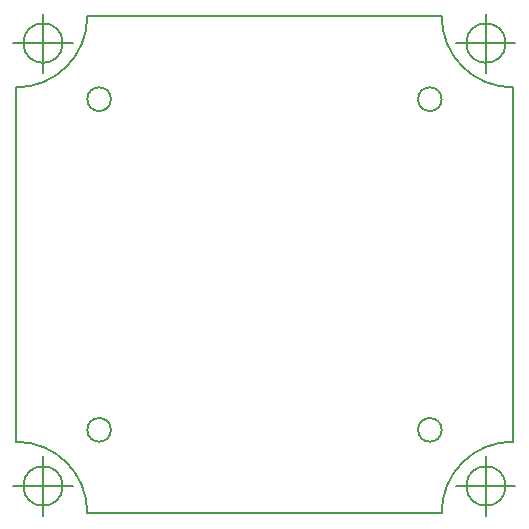
<source format=gm1>
G04 #@! TF.FileFunction,Profile,NP*
%FSLAX46Y46*%
G04 Gerber Fmt 4.6, Leading zero omitted, Abs format (unit mm)*
G04 Created by KiCad (PCBNEW 4.0.1-stable) date 2017/04/12 14:46:20*
%MOMM*%
G01*
G04 APERTURE LIST*
%ADD10C,0.100000*%
%ADD11C,0.150000*%
G04 APERTURE END LIST*
D10*
D11*
X87000000Y-114000000D02*
G75*
G03X87000000Y-114000000I-1000000J0D01*
G01*
X115000000Y-114000000D02*
G75*
G03X115000000Y-114000000I-1000000J0D01*
G01*
X115000000Y-86000000D02*
G75*
G03X115000000Y-86000000I-1000000J0D01*
G01*
X87000000Y-86000000D02*
G75*
G03X87000000Y-86000000I-1000000J0D01*
G01*
X115000000Y-121000000D02*
X85000000Y-121000000D01*
X121000000Y-85000000D02*
X121000000Y-115000000D01*
X85000000Y-79000000D02*
X115000000Y-79000000D01*
X79000000Y-115000000D02*
X79000000Y-85000000D01*
X85000000Y-121000000D02*
G75*
G03X79000000Y-115000000I-6000000J0D01*
G01*
X121000000Y-115000000D02*
G75*
G03X115000000Y-121000000I0J-6000000D01*
G01*
X115000000Y-79000000D02*
G75*
G03X121000000Y-85000000I6000000J0D01*
G01*
X79000000Y-85000000D02*
G75*
G03X85000000Y-79000000I0J6000000D01*
G01*
X82916666Y-81250000D02*
G75*
G03X82916666Y-81250000I-1666666J0D01*
G01*
X78750000Y-81250000D02*
X83750000Y-81250000D01*
X81250000Y-78750000D02*
X81250000Y-83750000D01*
X120416666Y-118750000D02*
G75*
G03X120416666Y-118750000I-1666666J0D01*
G01*
X116250000Y-118750000D02*
X121250000Y-118750000D01*
X118750000Y-116250000D02*
X118750000Y-121250000D01*
X82916666Y-118750000D02*
G75*
G03X82916666Y-118750000I-1666666J0D01*
G01*
X78750000Y-118750000D02*
X83750000Y-118750000D01*
X81250000Y-116250000D02*
X81250000Y-121250000D01*
X120416666Y-81250000D02*
G75*
G03X120416666Y-81250000I-1666666J0D01*
G01*
X116250000Y-81250000D02*
X121250000Y-81250000D01*
X118750000Y-78750000D02*
X118750000Y-83750000D01*
M02*

</source>
